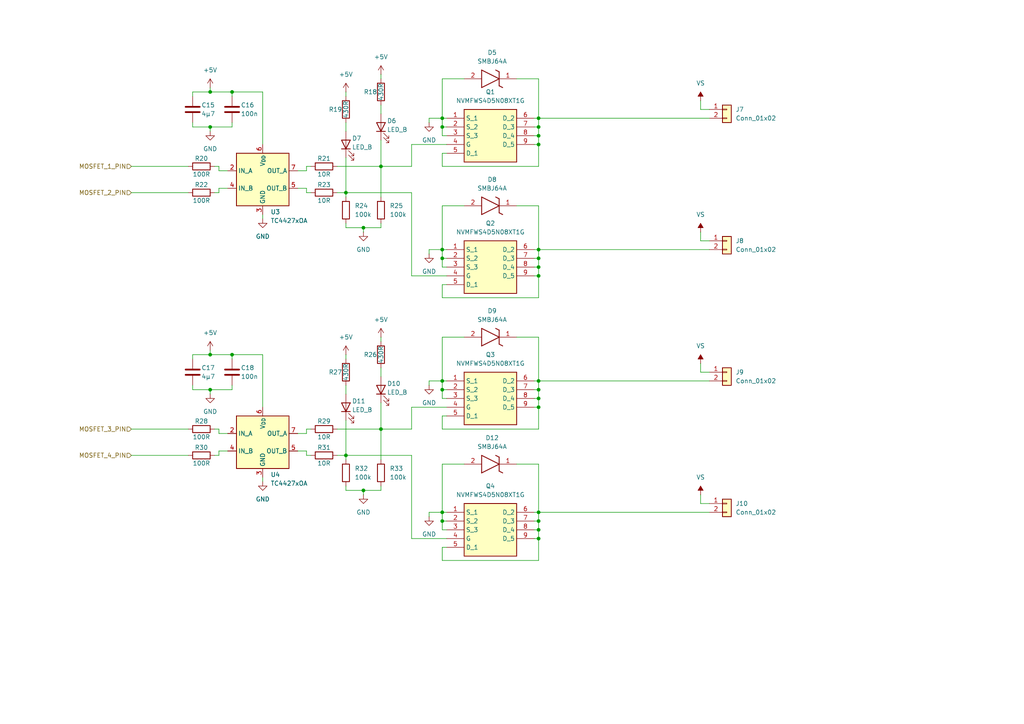
<source format=kicad_sch>
(kicad_sch (version 20250114) (generator "eeschema") (generator_version "9.0")
  (paper "A4")
  (title_block (title "Scorpion max V1") (rev "V1"))
  (lib_symbols
    (symbol "Connector_Generic:Conn_01x02" (pin_names (offset 1.016) (hide yes))
      (property "Reference" "J" (at 0 2.54 0))
      (property "Value" "Conn_01x02" (at 0 -5.08 0))
      (symbol "Conn_01x02_1_1"
        (rectangle (start -1.27 1.27) (end 1.27 -3.81) (stroke (width 0.254)) (fill (type background)))
        (rectangle (start -1.27 0.127) (end 0 -0.127) (stroke (width 0.1524)))
        (rectangle (start -1.27 -2.413) (end 0 -2.667) (stroke (width 0.1524)))
        (pin passive line (at -5.08 0 0) (length 3.81) (name "Pin_1") (number "1"))
        (pin passive line (at -5.08 -2.54 0) (length 3.81) (name "Pin_2") (number "2"))
      )
    )
    (symbol "Device:C" (pin_numbers (hide yes)) (pin_names (offset 0.254))
      (property "Reference" "C" (at 0.635 2.54 0))
      (property "Value" "C" (at 0.635 -2.54 0))
      (symbol "C_0_1"
        (polyline (pts (xy -2.032 0.762) (xy 2.032 0.762)) (stroke (width 0.508)))
        (polyline (pts (xy -2.032 -0.762) (xy 2.032 -0.762)) (stroke (width 0.508)))
      )
      (symbol "C_1_1"
        (pin passive line (at 0 3.81 270) (length 2.794) (name "~") (number "1"))
        (pin passive line (at 0 -3.81 90) (length 2.794) (name "~") (number "2"))
      )
    )
    (symbol "Device:LED" (pin_numbers (hide yes)) (pin_names (offset 1.016) (hide yes))
      (property "Reference" "D" (at 0 2.54 0))
      (property "Value" "LED" (at 0 -2.54 0))
      (symbol "LED_0_1"
        (polyline (pts (xy -3.048 -0.762) (xy -4.572 -2.286) (xy -3.81 -2.286) (xy -4.572 -2.286) (xy -4.572 -1.524)))
        (polyline (pts (xy -1.778 -0.762) (xy -3.302 -2.286) (xy -2.54 -2.286) (xy -3.302 -2.286) (xy -3.302 -1.524)))
        (polyline (pts (xy -1.27 0) (xy 1.27 0)))
        (polyline (pts (xy -1.27 -1.27) (xy -1.27 1.27)) (stroke (width 0.254)))
        (polyline (pts (xy 1.27 -1.27) (xy 1.27 1.27) (xy -1.27 0) (xy 1.27 -1.27)) (stroke (width 0.254)))
      )
      (symbol "LED_1_1"
        (pin passive line (at -3.81 0 0) (length 2.54) (name "K") (number "1"))
        (pin passive line (at 3.81 0 180) (length 2.54) (name "A") (number "2"))
      )
    )
    (symbol "Device:R" (pin_numbers (hide yes)) (pin_names (offset 0))
      (property "Reference" "R" (at 2.032 0 90))
      (property "Value" "R" (at 0 0 90))
      (symbol "R_0_1"
        (rectangle (start -1.016 -2.54) (end 1.016 2.54) (stroke (width 0.254)))
      )
      (symbol "R_1_1"
        (pin passive line (at 0 3.81 270) (length 1.27) (name "~") (number "1"))
        (pin passive line (at 0 -3.81 90) (length 1.27) (name "~") (number "2"))
      )
    )
    (symbol "Driver_FET:TC4427xOA"
      (property "Reference" "U" (at -7.62 8.89 0))
      (property "Value" "TC4427xOA" (at 1.27 8.89 0))
      (symbol "TC4427xOA_0_1"
        (rectangle (start -7.62 -7.62) (end 7.62 7.62) (stroke (width 0.254)) (fill (type background)))
      )
      (symbol "TC4427xOA_1_1"
        (pin input line (at -10.16 2.54 0) (length 2.54) (name "IN_A") (number "2"))
        (pin input line (at -10.16 -2.54 0) (length 2.54) (name "IN_B") (number "4"))
        (pin no_connect line (at -7.62 0 0) (length 2.54) (hide yes) (name "NC") (number "1"))
        (pin power_in line (at 0 10.16 270) (length 2.54) (name "V_{DD}") (number "6"))
        (pin power_in line (at 0 -10.16 90) (length 2.54) (name "GND") (number "3"))
        (pin no_connect line (at 7.62 0 180) (length 2.54) (hide yes) (name "NC") (number "8"))
        (pin output line (at 10.16 2.54 180) (length 2.54) (name "OUT_A") (number "7"))
        (pin output line (at 10.16 -2.54 180) (length 2.54) (name "OUT_B") (number "5"))
      )
    )
    (symbol "SamacSys_Parts:NVMFWS4D5N08XT1G"
      (property "Reference" "Q" (at 21.59 7.62 0))
      (property "Value" "NVMFWS4D5N08XT1G" (at 21.59 5.08 0))
      (symbol "NVMFWS4D5N08XT1G_1_1"
        (rectangle (start 5.08 2.54) (end 20.32 -12.7) (stroke (width 0.254)) (fill (type background)))
        (pin passive line (at 0 0 0) (length 5.08) (name "S_1") (number "1"))
        (pin passive line (at 0 -2.54 0) (length 5.08) (name "S_2") (number "2"))
        (pin passive line (at 0 -5.08 0) (length 5.08) (name "S_3") (number "3"))
        (pin passive line (at 0 -7.62 0) (length 5.08) (name "G") (number "4"))
        (pin passive line (at 0 -10.16 0) (length 5.08) (name "D_1") (number "5"))
        (pin passive line (at 25.4 0 180) (length 5.08) (name "D_2") (number "6"))
        (pin passive line (at 25.4 -2.54 180) (length 5.08) (name "D_3") (number "7"))
        (pin passive line (at 25.4 -5.08 180) (length 5.08) (name "D_4") (number "8"))
        (pin passive line (at 25.4 -7.62 180) (length 5.08) (name "D_5") (number "9"))
      )
    )
    (symbol "SamacSys_Parts:SMBJ64A" (pin_names (hide yes))
      (property "Reference" "D" (at 10.16 8.89 0))
      (property "Value" "SMBJ64A" (at 10.16 6.35 0))
      (symbol "SMBJ64A_1_1"
        (polyline (pts (xy 4.064 2.54) (xy 5.08 2.032)) (stroke (width 0.254)))
        (polyline (pts (xy 5.08 0) (xy 10.16 2.54)) (stroke (width 0.254)))
        (polyline (pts (xy 5.08 -2.032) (xy 5.08 2.032)) (stroke (width 0.254)))
        (polyline (pts (xy 5.08 -2.032) (xy 6.096 -2.54)) (stroke (width 0.254)))
        (polyline (pts (xy 10.16 -2.54) (xy 5.08 0)) (stroke (width 0.254)))
        (polyline (pts (xy 10.16 -2.54) (xy 10.16 2.54)) (stroke (width 0.254)))
        (pin passive line (at 0 0 0) (length 5.08) (name "K") (number "1"))
        (pin passive line (at 15.24 0 180) (length 5.08) (name "A") (number "2"))
      )
    )
    (symbol "power:+5V" (power) (pin_numbers (hide yes)) (pin_names (offset 0) (hide yes))
      (property "Value" "+5V" (at 0 3.556 0))
      (symbol "+5V_0_1"
        (polyline (pts (xy -0.762 1.27) (xy 0 2.54)))
        (polyline (pts (xy 0 2.54) (xy 0.762 1.27)))
        (polyline (pts (xy 0 0) (xy 0 2.54)))
      )
      (symbol "+5V_1_1"
        (pin power_in line (at 0 0 90) (length 0) (name "~") (number "1"))
      )
    )
    (symbol "power:GND" (power) (pin_numbers (hide yes)) (pin_names (offset 0) (hide yes))
      (property "Value" "GND" (at 0 -3.81 0))
      (symbol "GND_0_1"
        (polyline (pts (xy 0 0) (xy 0 -1.27) (xy 1.27 -1.27) (xy 0 -2.54) (xy -1.27 -1.27) (xy 0 -1.27)))
      )
      (symbol "GND_1_1"
        (pin power_in line (at 0 0 270) (length 0) (name "~") (number "1"))
      )
    )
    (symbol "power:VS" (power) (pin_numbers (hide yes)) (pin_names (offset 0) (hide yes))
      (property "Value" "VS" (at 0 3.556 0))
      (symbol "VS_0_1"
        (polyline (pts (xy 0 0) (xy 0 2.54)))
        (polyline (pts (xy 0.762 1.27) (xy -0.762 1.27) (xy 0 2.54) (xy 0.762 1.27)) (fill (type outline)))
      )
      (symbol "VS_1_1"
        (pin power_in line (at 0 0 90) (length 0) (name "~") (number "1"))
      )
    )
  )
  (junction (at 156.21 110.49))
  (junction (at 105.41 66.04))
  (junction (at 100.33 55.88))
  (junction (at 156.21 80.01))
  (junction (at 156.21 151.13))
  (junction (at 60.96 26.67))
  (junction (at 60.96 36.83))
  (junction (at 156.21 156.21))
  (junction (at 156.21 72.39))
  (junction (at 60.96 113.03))
  (junction (at 156.21 115.57))
  (junction (at 128.27 34.29))
  (junction (at 156.21 34.29))
  (junction (at 100.33 132.08))
  (junction (at 110.49 48.26))
  (junction (at 128.27 36.83))
  (junction (at 105.41 142.24))
  (junction (at 156.21 41.91))
  (junction (at 67.31 102.87))
  (junction (at 156.21 148.59))
  (junction (at 156.21 113.03))
  (junction (at 128.27 148.59))
  (junction (at 60.96 102.87))
  (junction (at 156.21 36.83))
  (junction (at 156.21 77.47))
  (junction (at 156.21 74.93))
  (junction (at 128.27 113.03))
  (junction (at 128.27 74.93))
  (junction (at 156.21 118.11))
  (junction (at 156.21 153.67))
  (junction (at 128.27 72.39))
  (junction (at 128.27 110.49))
  (junction (at 110.49 124.46))
  (junction (at 128.27 151.13))
  (junction (at 67.31 26.67))
  (junction (at 156.21 39.37))
  (wire (pts (xy 67.31 26.67) (xy 76.2 26.67)))
  (wire (pts (xy 67.31 113.03) (xy 67.31 111.76)))
  (wire (pts (xy 62.23 124.46) (xy 63.5 124.46)))
  (wire (pts (xy 128.27 124.46) (xy 156.21 124.46)))
  (wire (pts (xy 128.27 148.59) (xy 128.27 134.62)))
  (wire (pts (xy 156.21 39.37) (xy 154.94 39.37)))
  (wire (pts (xy 67.31 102.87) (xy 76.2 102.87)))
  (wire (pts (xy 129.54 77.47) (xy 128.27 77.47)))
  (wire (pts (xy 156.21 72.39) (xy 205.74 72.39)))
  (wire (pts (xy 100.33 104.14) (xy 100.33 102.87)))
  (wire (pts (xy 86.36 125.73) (xy 88.9 125.73)))
  (wire (pts (xy 129.54 115.57) (xy 128.27 115.57)))
  (wire (pts (xy 128.27 72.39) (xy 129.54 72.39)))
  (wire (pts (xy 129.54 120.65) (xy 128.27 120.65)))
  (wire (pts (xy 156.21 115.57) (xy 154.94 115.57)))
  (wire (pts (xy 63.5 130.81) (xy 66.04 130.81)))
  (wire (pts (xy 119.38 156.21) (xy 129.54 156.21)))
  (wire (pts (xy 76.2 102.87) (xy 76.2 118.11)))
  (wire (pts (xy 156.21 113.03) (xy 154.94 113.03)))
  (wire (pts (xy 129.54 82.55) (xy 128.27 82.55)))
  (wire (pts (xy 128.27 113.03) (xy 129.54 113.03)))
  (wire (pts (xy 156.21 151.13) (xy 156.21 148.59)))
  (wire (pts (xy 156.21 113.03) (xy 156.21 110.49)))
  (wire (pts (xy 63.5 48.26) (xy 63.5 49.53)))
  (wire (pts (xy 88.9 54.61) (xy 86.36 54.61)))
  (wire (pts (xy 63.5 124.46) (xy 63.5 125.73)))
  (wire (pts (xy 203.2 107.95) (xy 205.74 107.95)))
  (wire (pts (xy 203.2 146.05) (xy 205.74 146.05)))
  (wire (pts (xy 76.2 26.67) (xy 76.2 41.91)))
  (wire (pts (xy 67.31 36.83) (xy 67.31 35.56)))
  (wire (pts (xy 203.2 143.51) (xy 203.2 146.05)))
  (wire (pts (xy 119.38 48.26) (xy 119.38 41.91)))
  (wire (pts (xy 128.27 115.57) (xy 128.27 113.03)))
  (wire (pts (xy 100.33 132.08) (xy 119.38 132.08)))
  (wire (pts (xy 128.27 77.47) (xy 128.27 74.93)))
  (wire (pts (xy 67.31 26.67) (xy 67.31 27.94)))
  (wire (pts (xy 128.27 158.75) (xy 128.27 162.56)))
  (wire (pts (xy 55.88 27.94) (xy 55.88 26.67)))
  (wire (pts (xy 203.2 105.41) (xy 203.2 107.95)))
  (wire (pts (xy 119.38 80.01) (xy 129.54 80.01)))
  (wire (pts (xy 129.54 39.37) (xy 128.27 39.37)))
  (wire (pts (xy 105.41 142.24) (xy 105.41 143.51)))
  (wire (pts (xy 63.5 49.53) (xy 66.04 49.53)))
  (wire (pts (xy 110.49 30.48) (xy 110.49 33.02)))
  (wire (pts (xy 156.21 34.29) (xy 205.74 34.29)))
  (wire (pts (xy 129.54 44.45) (xy 128.27 44.45)))
  (wire (pts (xy 203.2 69.85) (xy 205.74 69.85)))
  (wire (pts (xy 128.27 34.29) (xy 124.46 34.29)))
  (wire (pts (xy 156.21 153.67) (xy 156.21 151.13)))
  (wire (pts (xy 62.23 48.26) (xy 63.5 48.26)))
  (wire (pts (xy 128.27 148.59) (xy 129.54 148.59)))
  (wire (pts (xy 128.27 59.69) (xy 134.62 59.69)))
  (wire (pts (xy 55.88 102.87) (xy 60.96 102.87)))
  (wire (pts (xy 128.27 82.55) (xy 128.27 86.36)))
  (wire (pts (xy 110.49 48.26) (xy 110.49 57.15)))
  (wire (pts (xy 154.94 118.11) (xy 156.21 118.11)))
  (wire (pts (xy 110.49 106.68) (xy 110.49 109.22)))
  (wire (pts (xy 128.27 153.67) (xy 128.27 151.13)))
  (wire (pts (xy 154.94 80.01) (xy 156.21 80.01)))
  (wire (pts (xy 88.9 130.81) (xy 86.36 130.81)))
  (wire (pts (xy 128.27 151.13) (xy 128.27 148.59)))
  (wire (pts (xy 105.41 142.24) (xy 110.49 142.24)))
  (wire (pts (xy 156.21 36.83) (xy 156.21 34.29)))
  (wire (pts (xy 55.88 104.14) (xy 55.88 102.87)))
  (wire (pts (xy 38.1 132.08) (xy 54.61 132.08)))
  (wire (pts (xy 128.27 72.39) (xy 124.46 72.39)))
  (wire (pts (xy 88.9 124.46) (xy 90.17 124.46)))
  (wire (pts (xy 128.27 110.49) (xy 128.27 97.79)))
  (wire (pts (xy 156.21 34.29) (xy 154.94 34.29)))
  (wire (pts (xy 124.46 72.39) (xy 124.46 73.66)))
  (wire (pts (xy 149.86 134.62) (xy 156.21 134.62)))
  (wire (pts (xy 156.21 74.93) (xy 156.21 72.39)))
  (wire (pts (xy 128.27 74.93) (xy 129.54 74.93)))
  (wire (pts (xy 128.27 110.49) (xy 124.46 110.49)))
  (wire (pts (xy 55.88 111.76) (xy 55.88 113.03)))
  (wire (pts (xy 97.79 48.26) (xy 110.49 48.26)))
  (wire (pts (xy 156.21 48.26) (xy 156.21 41.91)))
  (wire (pts (xy 63.5 132.08) (xy 63.5 130.81)))
  (wire (pts (xy 128.27 148.59) (xy 124.46 148.59)))
  (wire (pts (xy 110.49 116.84) (xy 110.49 124.46)))
  (wire (pts (xy 128.27 110.49) (xy 129.54 110.49)))
  (wire (pts (xy 156.21 74.93) (xy 154.94 74.93)))
  (wire (pts (xy 156.21 86.36) (xy 156.21 80.01)))
  (wire (pts (xy 110.49 22.86) (xy 110.49 21.59)))
  (wire (pts (xy 76.2 63.5) (xy 76.2 62.23)))
  (wire (pts (xy 105.41 66.04) (xy 110.49 66.04)))
  (wire (pts (xy 67.31 102.87) (xy 67.31 104.14)))
  (wire (pts (xy 100.33 133.35) (xy 100.33 132.08)))
  (wire (pts (xy 110.49 124.46) (xy 119.38 124.46)))
  (wire (pts (xy 90.17 132.08) (xy 88.9 132.08)))
  (wire (pts (xy 128.27 162.56) (xy 156.21 162.56)))
  (wire (pts (xy 100.33 45.72) (xy 100.33 55.88)))
  (wire (pts (xy 128.27 74.93) (xy 128.27 72.39)))
  (wire (pts (xy 156.21 115.57) (xy 156.21 113.03)))
  (wire (pts (xy 62.23 55.88) (xy 63.5 55.88)))
  (wire (pts (xy 156.21 41.91) (xy 156.21 39.37)))
  (wire (pts (xy 156.21 97.79) (xy 156.21 110.49)))
  (wire (pts (xy 203.2 67.31) (xy 203.2 69.85)))
  (wire (pts (xy 128.27 34.29) (xy 128.27 22.86)))
  (wire (pts (xy 156.21 148.59) (xy 154.94 148.59)))
  (wire (pts (xy 119.38 124.46) (xy 119.38 118.11)))
  (wire (pts (xy 156.21 110.49) (xy 205.74 110.49)))
  (wire (pts (xy 100.33 64.77) (xy 100.33 66.04)))
  (wire (pts (xy 63.5 55.88) (xy 63.5 54.61)))
  (wire (pts (xy 60.96 26.67) (xy 67.31 26.67)))
  (wire (pts (xy 156.21 110.49) (xy 154.94 110.49)))
  (wire (pts (xy 86.36 49.53) (xy 88.9 49.53)))
  (wire (pts (xy 97.79 55.88) (xy 100.33 55.88)))
  (wire (pts (xy 156.21 148.59) (xy 205.74 148.59)))
  (wire (pts (xy 97.79 124.46) (xy 110.49 124.46)))
  (wire (pts (xy 55.88 26.67) (xy 60.96 26.67)))
  (wire (pts (xy 90.17 55.88) (xy 88.9 55.88)))
  (wire (pts (xy 154.94 156.21) (xy 156.21 156.21)))
  (wire (pts (xy 128.27 113.03) (xy 128.27 110.49)))
  (wire (pts (xy 128.27 151.13) (xy 129.54 151.13)))
  (wire (pts (xy 110.49 66.04) (xy 110.49 64.77)))
  (wire (pts (xy 156.21 134.62) (xy 156.21 148.59)))
  (wire (pts (xy 38.1 48.26) (xy 54.61 48.26)))
  (wire (pts (xy 128.27 134.62) (xy 134.62 134.62)))
  (wire (pts (xy 55.88 35.56) (xy 55.88 36.83)))
  (wire (pts (xy 76.2 139.7) (xy 76.2 138.43)))
  (wire (pts (xy 88.9 48.26) (xy 90.17 48.26)))
  (wire (pts (xy 156.21 72.39) (xy 154.94 72.39)))
  (wire (pts (xy 156.21 124.46) (xy 156.21 118.11)))
  (wire (pts (xy 129.54 153.67) (xy 128.27 153.67)))
  (wire (pts (xy 124.46 110.49) (xy 124.46 111.76)))
  (wire (pts (xy 128.27 97.79) (xy 134.62 97.79)))
  (wire (pts (xy 128.27 39.37) (xy 128.27 36.83)))
  (wire (pts (xy 63.5 54.61) (xy 66.04 54.61)))
  (wire (pts (xy 60.96 101.6) (xy 60.96 102.87)))
  (wire (pts (xy 124.46 34.29) (xy 124.46 35.56)))
  (wire (pts (xy 128.27 36.83) (xy 129.54 36.83)))
  (wire (pts (xy 60.96 114.3) (xy 60.96 113.03)))
  (wire (pts (xy 110.49 48.26) (xy 119.38 48.26)))
  (wire (pts (xy 128.27 120.65) (xy 128.27 124.46)))
  (wire (pts (xy 88.9 125.73) (xy 88.9 124.46)))
  (wire (pts (xy 156.21 156.21) (xy 156.21 153.67)))
  (wire (pts (xy 156.21 151.13) (xy 154.94 151.13)))
  (wire (pts (xy 38.1 124.46) (xy 54.61 124.46)))
  (wire (pts (xy 60.96 25.4) (xy 60.96 26.67)))
  (wire (pts (xy 110.49 142.24) (xy 110.49 140.97)))
  (wire (pts (xy 149.86 59.69) (xy 156.21 59.69)))
  (wire (pts (xy 100.33 142.24) (xy 105.41 142.24)))
  (wire (pts (xy 110.49 124.46) (xy 110.49 133.35)))
  (wire (pts (xy 100.33 35.56) (xy 100.33 38.1)))
  (wire (pts (xy 119.38 132.08) (xy 119.38 156.21)))
  (wire (pts (xy 100.33 111.76) (xy 100.33 114.3)))
  (wire (pts (xy 156.21 118.11) (xy 156.21 115.57)))
  (wire (pts (xy 128.27 48.26) (xy 156.21 48.26)))
  (wire (pts (xy 128.27 86.36) (xy 156.21 86.36)))
  (wire (pts (xy 128.27 34.29) (xy 129.54 34.29)))
  (wire (pts (xy 60.96 38.1) (xy 60.96 36.83)))
  (wire (pts (xy 100.33 140.97) (xy 100.33 142.24)))
  (wire (pts (xy 203.2 29.21) (xy 203.2 31.75)))
  (wire (pts (xy 124.46 148.59) (xy 124.46 149.86)))
  (wire (pts (xy 156.21 59.69) (xy 156.21 72.39)))
  (wire (pts (xy 55.88 113.03) (xy 60.96 113.03)))
  (wire (pts (xy 156.21 77.47) (xy 154.94 77.47)))
  (wire (pts (xy 156.21 39.37) (xy 156.21 36.83)))
  (wire (pts (xy 156.21 22.86) (xy 156.21 34.29)))
  (wire (pts (xy 149.86 22.86) (xy 156.21 22.86)))
  (wire (pts (xy 100.33 121.92) (xy 100.33 132.08)))
  (wire (pts (xy 149.86 97.79) (xy 156.21 97.79)))
  (wire (pts (xy 100.33 66.04) (xy 105.41 66.04)))
  (wire (pts (xy 154.94 41.91) (xy 156.21 41.91)))
  (wire (pts (xy 100.33 57.15) (xy 100.33 55.88)))
  (wire (pts (xy 128.27 36.83) (xy 128.27 34.29)))
  (wire (pts (xy 156.21 153.67) (xy 154.94 153.67)))
  (wire (pts (xy 156.21 77.47) (xy 156.21 74.93)))
  (wire (pts (xy 119.38 41.91) (xy 129.54 41.91)))
  (wire (pts (xy 97.79 132.08) (xy 100.33 132.08)))
  (wire (pts (xy 128.27 44.45) (xy 128.27 48.26)))
  (wire (pts (xy 38.1 55.88) (xy 54.61 55.88)))
  (wire (pts (xy 110.49 97.79) (xy 110.49 99.06)))
  (wire (pts (xy 55.88 36.83) (xy 60.96 36.83)))
  (wire (pts (xy 119.38 55.88) (xy 119.38 80.01)))
  (wire (pts (xy 128.27 22.86) (xy 134.62 22.86)))
  (wire (pts (xy 100.33 55.88) (xy 119.38 55.88)))
  (wire (pts (xy 60.96 36.83) (xy 67.31 36.83)))
  (wire (pts (xy 63.5 125.73) (xy 66.04 125.73)))
  (wire (pts (xy 129.54 158.75) (xy 128.27 158.75)))
  (wire (pts (xy 156.21 36.83) (xy 154.94 36.83)))
  (wire (pts (xy 156.21 162.56) (xy 156.21 156.21)))
  (wire (pts (xy 88.9 132.08) (xy 88.9 130.81)))
  (wire (pts (xy 105.41 66.04) (xy 105.41 67.31)))
  (wire (pts (xy 203.2 31.75) (xy 205.74 31.75)))
  (wire (pts (xy 88.9 49.53) (xy 88.9 48.26)))
  (wire (pts (xy 100.33 26.67) (xy 100.33 27.94)))
  (wire (pts (xy 60.96 102.87) (xy 67.31 102.87)))
  (wire (pts (xy 128.27 72.39) (xy 128.27 59.69)))
  (wire (pts (xy 119.38 118.11) (xy 129.54 118.11)))
  (wire (pts (xy 60.96 113.03) (xy 67.31 113.03)))
  (wire (pts (xy 62.23 132.08) (xy 63.5 132.08)))
  (wire (pts (xy 156.21 80.01) (xy 156.21 77.47)))
  (wire (pts (xy 110.49 40.64) (xy 110.49 48.26)))
  (wire (pts (xy 88.9 55.88) (xy 88.9 54.61)))
  (hierarchical_label "MOSFET_4_PIN" (shape input) (at 38.1 132.08 180))
  (hierarchical_label "MOSFET_3_PIN" (shape input) (at 38.1 124.46 180))
  (hierarchical_label "MOSFET_2_PIN" (shape input) (at 38.1 55.88 180))
  (hierarchical_label "MOSFET_1_PIN" (shape input) (at 38.1 48.26 180))
  (symbol (lib_id "power:GND") (at 76.2 63.5 0) (unit 1)
    (property "Reference" "#PWR050" (effects (hide yes)))
    (property "Value" "GND" (at 76.2 68.58 0))
    (property "Description" "Power symbol creates a global label with name \"GND\" , ground" (effects (hide yes)))
  )
  (symbol (lib_id "power:GND") (at 124.46 111.76 0) (unit 1)
    (property "Reference" "#PWR058" (effects (hide yes)))
    (property "Value" "GND" (at 124.46 116.84 0))
    (property "Description" "Power symbol creates a global label with name \"GND\" , ground" (effects (hide yes)))
  )
  (symbol (lib_id "SamacSys_Parts:NVMFWS4D5N08XT1G") (at 129.54 72.39 0) (unit 1)
    (property "Reference" "Q2" (at 142.24 64.77 0))
    (property "Value" "NVMFWS4D5N08XT1G" (at 142.24 67.31 0))
    (property "Footprint" "SamacSys_Parts:NVMFS5C460NWFT1G" (effects (hide yes)))
    (property "Datasheet" "https://www.onsemi.com/pub/Collateral/NVMFWS4D5N08X-D.PDF" (effects (hide yes)))
    (property "Description" "Low RDS(on); Low QG and Capacitance; NVMFWS4D5N08X  Wettable Flank Option; Small Footprint (5x6 mm); AECQ101 Qualified and PPAP Capable; RoHS Compliant" (effects (hide yes)))
    (property "Height" "1.1" (effects (hide yes)))
    (property "Mouser Part Number" "863-NVMFWS4D5N08XT1G" (effects (hide yes)))
    (property "Mouser Price/Stock" "https://www.mouser.co.uk/ProductDetail/onsemi/NVMFWS4D5N08XT1G?qs=i8QVZAFTkqQ8nMdmBkaSNw%3D%3D" (effects (hide yes)))
    (property "Manufacturer_Name" "onsemi" (effects (hide yes)))
    (property "Manufacturer_Part_Number" "NVMFWS4D5N08XT1G" (effects (hide yes)))
  )
  (symbol (lib_id "SamacSys_Parts:NVMFWS4D5N08XT1G") (at 129.54 148.59 0) (unit 1)
    (property "Reference" "Q4" (at 142.24 140.97 0))
    (property "Value" "NVMFWS4D5N08XT1G" (at 142.24 143.51 0))
    (property "Footprint" "SamacSys_Parts:NVMFS5C460NWFT1G" (effects (hide yes)))
    (property "Datasheet" "https://www.onsemi.com/pub/Collateral/NVMFWS4D5N08X-D.PDF" (effects (hide yes)))
    (property "Description" "Low RDS(on); Low QG and Capacitance; NVMFWS4D5N08X  Wettable Flank Option; Small Footprint (5x6 mm); AECQ101 Qualified and PPAP Capable; RoHS Compliant" (effects (hide yes)))
    (property "Height" "1.1" (effects (hide yes)))
    (property "Mouser Part Number" "863-NVMFWS4D5N08XT1G" (effects (hide yes)))
    (property "Mouser Price/Stock" "https://www.mouser.co.uk/ProductDetail/onsemi/NVMFWS4D5N08XT1G?qs=i8QVZAFTkqQ8nMdmBkaSNw%3D%3D" (effects (hide yes)))
    (property "Manufacturer_Name" "onsemi" (effects (hide yes)))
    (property "Manufacturer_Part_Number" "NVMFWS4D5N08XT1G" (effects (hide yes)))
  )
  (symbol (lib_id "power:VS") (at 203.2 29.21 0) (unit 1)
    (property "Reference" "#PWR047" (effects (hide yes)))
    (property "Value" "VS" (at 203.2 24.13 0))
    (property "Description" "Power symbol creates a global label with name \"VS\"" (effects (hide yes)))
  )
  (symbol (lib_id "Device:R") (at 110.49 26.67 0) (unit 1)
    (property "Reference" "R18" (at 107.442 26.67 0))
    (property "Value" "430R" (at 110.49 26.67 90))
    (property "Footprint" "Resistor_SMD:R_0603_1608Metric" (effects (hide yes)))
    (property "Description" "Resistor" (effects (hide yes)))
  )
  (symbol (lib_id "Device:C") (at 55.88 31.75 0) (unit 1)
    (property "Reference" "C15" (at 58.42 30.48 0) (effects (justify left)))
    (property "Value" "4μ7" (at 58.42 33.02 0) (effects (justify left)))
    (property "Footprint" "Capacitor_SMD:C_0805_2012Metric" (effects (hide yes)))
    (property "Description" "Unpolarized capacitor" (effects (hide yes)))
  )
  (symbol (lib_id "Device:R") (at 58.42 48.26 90) (unit 1)
    (property "Reference" "R20" (at 58.42 45.974 90))
    (property "Value" "100R" (at 58.42 50.546 90))
    (property "Footprint" "Resistor_SMD:R_0603_1608Metric" (effects (hide yes)))
    (property "Description" "Resistor" (effects (hide yes)))
  )
  (symbol (lib_id "Device:R") (at 100.33 31.75 0) (unit 1)
    (property "Reference" "R19" (at 97.282 31.75 0))
    (property "Value" "430R" (at 100.33 31.75 90))
    (property "Footprint" "Resistor_SMD:R_0603_1608Metric" (effects (hide yes)))
    (property "Description" "Resistor" (effects (hide yes)))
  )
  (symbol (lib_id "power:+5V") (at 110.49 21.59 0) (unit 1)
    (property "Reference" "#PWR044" (effects (hide yes)))
    (property "Value" "+5V" (at 110.49 16.51 0))
    (property "Description" "Power symbol creates a global label with name \"+5V\"" (effects (hide yes)))
  )
  (symbol (lib_id "SamacSys_Parts:SMBJ64A") (at 149.86 134.62 180) (unit 1)
    (property "Reference" "D12" (at 142.748 127 0))
    (property "Value" "SMBJ64A" (at 142.748 129.54 0))
    (property "Footprint" "SamacSys_Parts:DIOM5436X250N" (effects (hide yes)))
    (property "Datasheet" "https://semtech.my.salesforce.com/sfc/p/E0000000JelG/a/RQ000008cm73/_XXCZXiaFZrSCT8msVUSeP9R8FW7FIaoaEDo5VeyxOY" (effects (hide yes)))
    (property "Description" "103V Clamp 5.9A Ipp Tvs Diode Surface Mount DO-214AA (SMB)" (effects (hide yes)))
    (property "Height" "2.5" (effects (hide yes)))
    (property "Manufacturer_Name" "SEMTECH" (effects (hide yes)))
    (property "Manufacturer_Part_Number" "SMBJ64A" (effects (hide yes)))
  )
  (symbol (lib_id "Device:R") (at 93.98 48.26 90) (unit 1)
    (property "Reference" "R21" (at 93.98 45.974 90))
    (property "Value" "10R" (at 93.98 50.546 90))
    (property "Footprint" "Resistor_SMD:R_0805_2012Metric" (effects (hide yes)))
    (property "Description" "Resistor" (effects (hide yes)))
  )
  (symbol (lib_id "Device:R") (at 58.42 132.08 90) (unit 1)
    (property "Reference" "R30" (at 58.42 129.794 90))
    (property "Value" "100R" (at 58.42 134.366 90))
    (property "Footprint" "Resistor_SMD:R_0603_1608Metric" (effects (hide yes)))
    (property "Description" "Resistor" (effects (hide yes)))
  )
  (symbol (lib_id "Device:R") (at 110.49 102.87 0) (unit 1)
    (property "Reference" "R26" (at 107.442 102.87 0))
    (property "Value" "430R" (at 110.49 102.87 90))
    (property "Footprint" "Resistor_SMD:R_0603_1608Metric" (effects (hide yes)))
    (property "Description" "Resistor" (effects (hide yes)))
  )
  (symbol (lib_id "Device:R") (at 58.42 124.46 90) (unit 1)
    (property "Reference" "R28" (at 58.42 122.174 90))
    (property "Value" "100R" (at 58.42 126.746 90))
    (property "Footprint" "Resistor_SMD:R_0603_1608Metric" (effects (hide yes)))
    (property "Description" "Resistor" (effects (hide yes)))
  )
  (symbol (lib_id "Device:R") (at 93.98 124.46 90) (unit 1)
    (property "Reference" "R29" (at 93.98 122.174 90))
    (property "Value" "10R" (at 93.98 126.746 90))
    (property "Footprint" "Resistor_SMD:R_0805_2012Metric" (effects (hide yes)))
    (property "Description" "Resistor" (effects (hide yes)))
  )
  (symbol (lib_id "Connector_Generic:Conn_01x02") (at 210.82 107.95 0) (unit 1)
    (property "Reference" "J9" (at 213.36 107.9499 0) (effects (justify left)))
    (property "Value" "Conn_01x02" (at 213.36 110.4899 0) (effects (justify left)))
    (property "Footprint" "LCSC:CONN-TH_2P-P5.08_2EDG-5.08-2AW" (effects (hide yes)))
    (property "Description" "Generic connector, single row, 01x02, script generated (kicad-library-utils/schlib/autogen/connector/)" (effects (hide yes)))
  )
  (symbol (lib_id "power:GND") (at 105.41 143.51 0) (unit 1)
    (property "Reference" "#PWR061" (effects (hide yes)))
    (property "Value" "GND" (at 105.41 148.59 0))
    (property "Description" "Power symbol creates a global label with name \"GND\" , ground" (effects (hide yes)))
  )
  (symbol (lib_id "power:GND") (at 60.96 114.3 0) (unit 1)
    (property "Reference" "#PWR059" (effects (hide yes)))
    (property "Value" "GND" (at 60.96 119.38 0))
    (property "Description" "Power symbol creates a global label with name \"GND\" , ground" (effects (hide yes)))
  )
  (symbol (lib_id "Device:R") (at 100.33 107.95 0) (unit 1)
    (property "Reference" "R27" (at 97.282 107.95 0))
    (property "Value" "430R" (at 100.33 107.95 90))
    (property "Footprint" "Resistor_SMD:R_0603_1608Metric" (effects (hide yes)))
    (property "Description" "Resistor" (effects (hide yes)))
  )
  (symbol (lib_id "power:VS") (at 203.2 143.51 0) (unit 1)
    (property "Reference" "#PWR062" (effects (hide yes)))
    (property "Value" "VS" (at 203.2 138.43 0))
    (property "Description" "Power symbol creates a global label with name \"VS\"" (effects (hide yes)))
  )
  (symbol (lib_id "power:+5V") (at 100.33 26.67 0) (unit 1)
    (property "Reference" "#PWR046" (effects (hide yes)))
    (property "Value" "+5V" (at 100.33 21.59 0))
    (property "Description" "Power symbol creates a global label with name \"+5V\"" (effects (hide yes)))
  )
  (symbol (lib_id "power:GND") (at 60.96 38.1 0) (unit 1)
    (property "Reference" "#PWR049" (effects (hide yes)))
    (property "Value" "GND" (at 60.96 43.18 0))
    (property "Description" "Power symbol creates a global label with name \"GND\" , ground" (effects (hide yes)))
  )
  (symbol (lib_id "Device:LED") (at 100.33 41.91 90) (unit 1)
    (property "Reference" "D7" (at 102.108 40.132 90) (effects (justify right)))
    (property "Value" "LED_B" (at 102.108 42.672 90) (effects (justify right)))
    (property "Footprint" "LED_SMD:LED_0603_1608Metric" (effects (hide yes)))
    (property "Description" "Light emitting diode" (effects (hide yes)))
    (property "Sim.Pins" "1=K 2=A" (effects (hide yes)))
  )
  (symbol (lib_id "Device:C") (at 67.31 31.75 0) (unit 1)
    (property "Reference" "C16" (at 69.85 30.48 0) (effects (justify left)))
    (property "Value" "100n" (at 69.85 33.02 0) (effects (justify left)))
    (property "Footprint" "Capacitor_SMD:C_0603_1608Metric" (effects (hide yes)))
    (property "Description" "Unpolarized capacitor" (effects (hide yes)))
  )
  (symbol (lib_id "power:+5V") (at 60.96 101.6 0) (unit 1)
    (property "Reference" "#PWR055" (effects (hide yes)))
    (property "Value" "+5V" (at 60.96 96.52 0))
    (property "Description" "Power symbol creates a global label with name \"+5V\"" (effects (hide yes)))
  )
  (symbol (lib_id "Device:C") (at 55.88 107.95 0) (unit 1)
    (property "Reference" "C17" (at 58.42 106.68 0) (effects (justify left)))
    (property "Value" "4μ7" (at 58.42 109.22 0) (effects (justify left)))
    (property "Footprint" "Capacitor_SMD:C_0805_2012Metric" (effects (hide yes)))
    (property "Description" "Unpolarized capacitor" (effects (hide yes)))
  )
  (symbol (lib_id "SamacSys_Parts:SMBJ64A") (at 149.86 59.69 180) (unit 1)
    (property "Reference" "D8" (at 142.748 52.07 0))
    (property "Value" "SMBJ64A" (at 142.748 54.61 0))
    (property "Footprint" "SamacSys_Parts:DIOM5436X250N" (effects (hide yes)))
    (property "Datasheet" "https://semtech.my.salesforce.com/sfc/p/E0000000JelG/a/RQ000008cm73/_XXCZXiaFZrSCT8msVUSeP9R8FW7FIaoaEDo5VeyxOY" (effects (hide yes)))
    (property "Description" "103V Clamp 5.9A Ipp Tvs Diode Surface Mount DO-214AA (SMB)" (effects (hide yes)))
    (property "Height" "2.5" (effects (hide yes)))
    (property "Manufacturer_Name" "SEMTECH" (effects (hide yes)))
    (property "Manufacturer_Part_Number" "SMBJ64A" (effects (hide yes)))
  )
  (symbol (lib_id "Device:R") (at 100.33 60.96 0) (unit 1)
    (property "Reference" "R24" (at 102.87 59.6899 0) (effects (justify left)))
    (property "Value" "100k" (at 102.87 62.2299 0) (effects (justify left)))
    (property "Footprint" "Resistor_SMD:R_0603_1608Metric" (effects (hide yes)))
    (property "Description" "Resistor" (effects (hide yes)))
  )
  (symbol (lib_id "power:+5V") (at 100.33 102.87 0) (unit 1)
    (property "Reference" "#PWR056" (effects (hide yes)))
    (property "Value" "+5V" (at 100.33 97.79 0))
    (property "Description" "Power symbol creates a global label with name \"+5V\"" (effects (hide yes)))
  )
  (symbol (lib_id "power:+5V") (at 110.49 97.79 0) (unit 1)
    (property "Reference" "#PWR054" (effects (hide yes)))
    (property "Value" "+5V" (at 110.49 92.71 0))
    (property "Description" "Power symbol creates a global label with name \"+5V\"" (effects (hide yes)))
  )
  (symbol (lib_id "Connector_Generic:Conn_01x02") (at 210.82 69.85 0) (unit 1)
    (property "Reference" "J8" (at 213.36 69.8499 0) (effects (justify left)))
    (property "Value" "Conn_01x02" (at 213.36 72.3899 0) (effects (justify left)))
    (property "Footprint" "LCSC:CONN-TH_2P-P5.08_2EDG-5.08-2AW" (effects (hide yes)))
    (property "Description" "Generic connector, single row, 01x02, script generated (kicad-library-utils/schlib/autogen/connector/)" (effects (hide yes)))
  )
  (symbol (lib_id "SamacSys_Parts:SMBJ64A") (at 149.86 22.86 180) (unit 1)
    (property "Reference" "D5" (at 142.748 15.24 0))
    (property "Value" "SMBJ64A" (at 142.748 17.78 0))
    (property "Footprint" "SamacSys_Parts:DIOM5436X250N" (effects (hide yes)))
    (property "Datasheet" "https://semtech.my.salesforce.com/sfc/p/E0000000JelG/a/RQ000008cm73/_XXCZXiaFZrSCT8msVUSeP9R8FW7FIaoaEDo5VeyxOY" (effects (hide yes)))
    (property "Description" "103V Clamp 5.9A Ipp Tvs Diode Surface Mount DO-214AA (SMB)" (effects (hide yes)))
    (property "Height" "2.5" (effects (hide yes)))
    (property "Manufacturer_Name" "SEMTECH" (effects (hide yes)))
    (property "Manufacturer_Part_Number" "SMBJ64A" (effects (hide yes)))
  )
  (symbol (lib_id "Connector_Generic:Conn_01x02") (at 210.82 146.05 0) (unit 1)
    (property "Reference" "J10" (at 213.36 146.0499 0) (effects (justify left)))
    (property "Value" "Conn_01x02" (at 213.36 148.5899 0) (effects (justify left)))
    (property "Footprint" "LCSC:CONN-TH_2P-P5.08_2EDG-5.08-2AW" (effects (hide yes)))
    (property "Description" "Generic connector, single row, 01x02, script generated (kicad-library-utils/schlib/autogen/connector/)" (effects (hide yes)))
  )
  (symbol (lib_id "power:+5V") (at 60.96 25.4 0) (unit 1)
    (property "Reference" "#PWR045" (effects (hide yes)))
    (property "Value" "+5V" (at 60.96 20.32 0))
    (property "Description" "Power symbol creates a global label with name \"+5V\"" (effects (hide yes)))
  )
  (symbol (lib_id "Device:LED") (at 110.49 36.83 90) (unit 1)
    (property "Reference" "D6" (at 112.268 35.052 90) (effects (justify right)))
    (property "Value" "LED_B" (at 112.268 37.592 90) (effects (justify right)))
    (property "Footprint" "LED_SMD:LED_0603_1608Metric" (effects (hide yes)))
    (property "Description" "Light emitting diode" (effects (hide yes)))
    (property "Sim.Pins" "1=K 2=A" (effects (hide yes)))
  )
  (symbol (lib_id "power:GND") (at 124.46 35.56 0) (unit 1)
    (property "Reference" "#PWR048" (effects (hide yes)))
    (property "Value" "GND" (at 124.46 40.64 0))
    (property "Description" "Power symbol creates a global label with name \"GND\" , ground" (effects (hide yes)))
  )
  (symbol (lib_id "Device:LED") (at 100.33 118.11 90) (unit 1)
    (property "Reference" "D11" (at 102.108 116.332 90) (effects (justify right)))
    (property "Value" "LED_B" (at 102.108 118.872 90) (effects (justify right)))
    (property "Footprint" "LED_SMD:LED_0603_1608Metric" (effects (hide yes)))
    (property "Description" "Light emitting diode" (effects (hide yes)))
    (property "Sim.Pins" "1=K 2=A" (effects (hide yes)))
  )
  (symbol (lib_id "Device:R") (at 110.49 60.96 0) (unit 1)
    (property "Reference" "R25" (at 113.03 59.6899 0) (effects (justify left)))
    (property "Value" "100k" (at 113.03 62.2299 0) (effects (justify left)))
    (property "Footprint" "Resistor_SMD:R_0603_1608Metric" (effects (hide yes)))
    (property "Description" "Resistor" (effects (hide yes)))
  )
  (symbol (lib_id "power:GND") (at 124.46 149.86 0) (unit 1)
    (property "Reference" "#PWR063" (effects (hide yes)))
    (property "Value" "GND" (at 124.46 154.94 0))
    (property "Description" "Power symbol creates a global label with name \"GND\" , ground" (effects (hide yes)))
  )
  (symbol (lib_id "Device:R") (at 58.42 55.88 90) (unit 1)
    (property "Reference" "R22" (at 58.42 53.594 90))
    (property "Value" "100R" (at 58.42 58.166 90))
    (property "Footprint" "Resistor_SMD:R_0603_1608Metric" (effects (hide yes)))
    (property "Description" "Resistor" (effects (hide yes)))
  )
  (symbol (lib_id "power:GND") (at 76.2 139.7 0) (unit 1)
    (property "Reference" "#PWR060" (effects (hide yes)))
    (property "Value" "GND" (at 76.2 144.78 0))
    (property "Description" "Power symbol creates a global label with name \"GND\" , ground" (effects (hide yes)))
  )
  (symbol (lib_id "SamacSys_Parts:NVMFWS4D5N08XT1G") (at 129.54 34.29 0) (unit 1)
    (property "Reference" "Q1" (at 142.24 26.67 0))
    (property "Value" "NVMFWS4D5N08XT1G" (at 142.24 29.21 0))
    (property "Footprint" "SamacSys_Parts:NVMFS5C460NWFT1G" (effects (hide yes)))
    (property "Datasheet" "https://www.onsemi.com/pub/Collateral/NVMFWS4D5N08X-D.PDF" (effects (hide yes)))
    (property "Description" "Low RDS(on); Low QG and Capacitance; NVMFWS4D5N08X  Wettable Flank Option; Small Footprint (5x6 mm); AECQ101 Qualified and PPAP Capable; RoHS Compliant" (effects (hide yes)))
    (property "Height" "1.1" (effects (hide yes)))
    (property "Mouser Part Number" "863-NVMFWS4D5N08XT1G" (effects (hide yes)))
    (property "Mouser Price/Stock" "https://www.mouser.co.uk/ProductDetail/onsemi/NVMFWS4D5N08XT1G?qs=i8QVZAFTkqQ8nMdmBkaSNw%3D%3D" (effects (hide yes)))
    (property "Manufacturer_Name" "onsemi" (effects (hide yes)))
    (property "Manufacturer_Part_Number" "NVMFWS4D5N08XT1G" (effects (hide yes)))
  )
  (symbol (lib_id "Device:R") (at 100.33 137.16 0) (unit 1)
    (property "Reference" "R32" (at 102.87 135.8899 0) (effects (justify left)))
    (property "Value" "100k" (at 102.87 138.4299 0) (effects (justify left)))
    (property "Footprint" "Resistor_SMD:R_0603_1608Metric" (effects (hide yes)))
    (property "Description" "Resistor" (effects (hide yes)))
  )
  (symbol (lib_id "Driver_FET:TC4427xOA") (at 76.2 52.07 0) (unit 1)
    (property "Reference" "U3" (at 78.486 61.468 0) (effects (justify left)))
    (property "Value" "TC4427xOA" (at 78.486 64.008 0) (effects (justify left)))
    (property "Footprint" "Package_SO:SOIC-8_3.9x4.9mm_P1.27mm" (effects (hide yes)))
    (property "Datasheet" "https://ww1.microchip.com/downloads/en/DeviceDoc/20001422G.pdf" (effects (hide yes)))
    (property "Description" "1.5A Dual High-Speed Power MOSFET Drivers, 4.5..18V supply, TTL/CMOS compatible inputs, non-inverting drivers, SOIC-8" (effects (hide yes)))
  )
  (symbol (lib_id "power:VS") (at 203.2 105.41 0) (unit 1)
    (property "Reference" "#PWR057" (effects (hide yes)))
    (property "Value" "VS" (at 203.2 100.33 0))
    (property "Description" "Power symbol creates a global label with name \"VS\"" (effects (hide yes)))
  )
  (symbol (lib_id "power:GND") (at 124.46 73.66 0) (unit 1)
    (property "Reference" "#PWR053" (effects (hide yes)))
    (property "Value" "GND" (at 124.46 78.74 0))
    (property "Description" "Power symbol creates a global label with name \"GND\" , ground" (effects (hide yes)))
  )
  (symbol (lib_id "Device:R") (at 93.98 55.88 90) (unit 1)
    (property "Reference" "R23" (at 93.98 53.594 90))
    (property "Value" "10R" (at 93.98 58.166 90))
    (property "Footprint" "Resistor_SMD:R_0805_2012Metric" (effects (hide yes)))
    (property "Description" "Resistor" (effects (hide yes)))
  )
  (symbol (lib_id "SamacSys_Parts:SMBJ64A") (at 149.86 97.79 180) (unit 1)
    (property "Reference" "D9" (at 142.748 90.17 0))
    (property "Value" "SMBJ64A" (at 142.748 92.71 0))
    (property "Footprint" "SamacSys_Parts:DIOM5436X250N" (effects (hide yes)))
    (property "Datasheet" "https://semtech.my.salesforce.com/sfc/p/E0000000JelG/a/RQ000008cm73/_XXCZXiaFZrSCT8msVUSeP9R8FW7FIaoaEDo5VeyxOY" (effects (hide yes)))
    (property "Description" "103V Clamp 5.9A Ipp Tvs Diode Surface Mount DO-214AA (SMB)" (effects (hide yes)))
    (property "Height" "2.5" (effects (hide yes)))
    (property "Manufacturer_Name" "SEMTECH" (effects (hide yes)))
    (property "Manufacturer_Part_Number" "SMBJ64A" (effects (hide yes)))
  )
  (symbol (lib_id "Device:C") (at 67.31 107.95 0) (unit 1)
    (property "Reference" "C18" (at 69.85 106.68 0) (effects (justify left)))
    (property "Value" "100n" (at 69.85 109.22 0) (effects (justify left)))
    (property "Footprint" "Capacitor_SMD:C_0603_1608Metric" (effects (hide yes)))
    (property "Description" "Unpolarized capacitor" (effects (hide yes)))
  )
  (symbol (lib_id "power:VS") (at 203.2 67.31 0) (unit 1)
    (property "Reference" "#PWR052" (effects (hide yes)))
    (property "Value" "VS" (at 203.2 62.23 0))
    (property "Description" "Power symbol creates a global label with name \"VS\"" (effects (hide yes)))
  )
  (symbol (lib_id "power:GND") (at 105.41 67.31 0) (unit 1)
    (property "Reference" "#PWR051" (effects (hide yes)))
    (property "Value" "GND" (at 105.41 72.39 0))
    (property "Description" "Power symbol creates a global label with name \"GND\" , ground" (effects (hide yes)))
  )
  (symbol (lib_id "Device:R") (at 110.49 137.16 0) (unit 1)
    (property "Reference" "R33" (at 113.03 135.8899 0) (effects (justify left)))
    (property "Value" "100k" (at 113.03 138.4299 0) (effects (justify left)))
    (property "Footprint" "Resistor_SMD:R_0603_1608Metric" (effects (hide yes)))
    (property "Description" "Resistor" (effects (hide yes)))
  )
  (symbol (lib_id "Driver_FET:TC4427xOA") (at 76.2 128.27 0) (unit 1)
    (property "Reference" "U4" (at 78.486 137.668 0) (effects (justify left)))
    (property "Value" "TC4427xOA" (at 78.486 140.208 0) (effects (justify left)))
    (property "Footprint" "Package_SO:SOIC-8_3.9x4.9mm_P1.27mm" (effects (hide yes)))
    (property "Datasheet" "https://ww1.microchip.com/downloads/en/DeviceDoc/20001422G.pdf" (effects (hide yes)))
    (property "Description" "1.5A Dual High-Speed Power MOSFET Drivers, 4.5..18V supply, TTL/CMOS compatible inputs, non-inverting drivers, SOIC-8" (effects (hide yes)))
  )
  (symbol (lib_id "Device:LED") (at 110.49 113.03 90) (unit 1)
    (property "Reference" "D10" (at 112.268 111.252 90) (effects (justify right)))
    (property "Value" "LED_B" (at 112.268 113.792 90) (effects (justify right)))
    (property "Footprint" "LED_SMD:LED_0603_1608Metric" (effects (hide yes)))
    (property "Description" "Light emitting diode" (effects (hide yes)))
    (property "Sim.Pins" "1=K 2=A" (effects (hide yes)))
  )
  (symbol (lib_id "Device:R") (at 93.98 132.08 90) (unit 1)
    (property "Reference" "R31" (at 93.98 129.794 90))
    (property "Value" "10R" (at 93.98 134.366 90))
    (property "Footprint" "Resistor_SMD:R_0805_2012Metric" (effects (hide yes)))
    (property "Description" "Resistor" (effects (hide yes)))
  )
  (symbol (lib_id "Connector_Generic:Conn_01x02") (at 210.82 31.75 0) (unit 1)
    (property "Reference" "J7" (at 213.36 31.7499 0) (effects (justify left)))
    (property "Value" "Conn_01x02" (at 213.36 34.2899 0) (effects (justify left)))
    (property "Footprint" "LCSC:CONN-TH_2P-P5.08_2EDG-5.08-2AW" (effects (hide yes)))
    (property "Description" "Generic connector, single row, 01x02, script generated (kicad-library-utils/schlib/autogen/connector/)" (effects (hide yes)))
  )
  (symbol (lib_id "SamacSys_Parts:NVMFWS4D5N08XT1G") (at 129.54 110.49 0) (unit 1)
    (property "Reference" "Q3" (at 142.24 102.87 0))
    (property "Value" "NVMFWS4D5N08XT1G" (at 142.24 105.41 0))
    (property "Footprint" "SamacSys_Parts:NVMFS5C460NWFT1G" (effects (hide yes)))
    (property "Datasheet" "https://www.onsemi.com/pub/Collateral/NVMFWS4D5N08X-D.PDF" (effects (hide yes)))
    (property "Description" "Low RDS(on); Low QG and Capacitance; NVMFWS4D5N08X  Wettable Flank Option; Small Footprint (5x6 mm); AECQ101 Qualified and PPAP Capable; RoHS Compliant" (effects (hide yes)))
    (property "Height" "1.1" (effects (hide yes)))
    (property "Mouser Part Number" "863-NVMFWS4D5N08XT1G" (effects (hide yes)))
    (property "Mouser Price/Stock" "https://www.mouser.co.uk/ProductDetail/onsemi/NVMFWS4D5N08XT1G?qs=i8QVZAFTkqQ8nMdmBkaSNw%3D%3D" (effects (hide yes)))
    (property "Manufacturer_Name" "onsemi" (effects (hide yes)))
    (property "Manufacturer_Part_Number" "NVMFWS4D5N08XT1G" (effects (hide yes)))
  )
)
</source>
